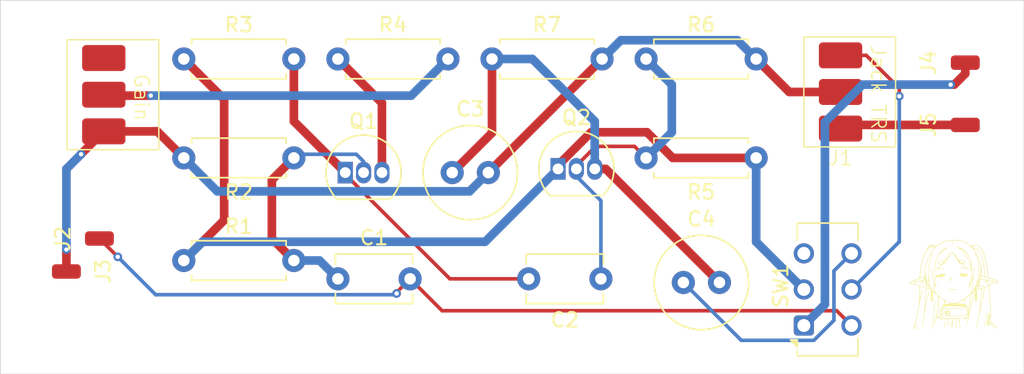
<source format=kicad_pcb>
(kicad_pcb (version 20241229) (generator "pcbnew") (generator_version "9.0")
  (layers (0 "F.Cu" signal) (2 "B.Cu" signal) (13 "F.Paste" user) (15 "B.Paste" user) (5 "F.SilkS" user "F.Silkscreen") (7 "B.SilkS" user "B.Silkscreen") (1 "F.Mask" user) (3 "B.Mask" user) (25 "Edge.Cuts" user))
  (net 0 "")
  (net 1 "SIGNAL_IN")
  (net 2 "Net-(Q1-B)")
  (net 3 "Net-(Q2-B)")
  (net 4 "Net-(Q1-C)")
  (net 5 "SIGNAL_OUT")
  (net 6 "Net-(Q2-E)")
  (net 7 "JACK_T")
  (net 8 "GND")
  (net 9 "JACK_R")
  (net 10 "Net-(Q1-E)")
  (net 11 "VCC_EN")
  (net 12 "Net-(R4-Pad2)")
  (net 14 "+9V")
  (footprint "Connector_Wire:SolderWirePad_1x01_SMD_1x2mm" (layer "F.Cu") (at 123.698 77.47 90)
    (property "Reference" "J2" (at 0 -2.54 90) (layer "F.SilkS"))
    (property "Value" "PICKUP_SIGNAL")
    (pad "1" smd roundrect (at 0 0 90) (size 1 2) (layers "F.Cu" "F.Mask" "F.Paste") (net 1 "SIGNAL_IN"))
  )
  (footprint "Package_TO_SOT_THT:TO-92_Inline" (layer "F.Cu") (at 140.716 72.898)
    (property "Reference" "Q1" (at 1.27 -3.56 0) (layer "F.SilkS"))
    (property "Value" "BC547")
    (pad "1" thru_hole rect (at 0 0) (size 1.05 1.5) (drill 0.75) (layers "*.Cu" "*.Mask") (net 4 "Net-(Q1-C)"))
    (pad "2" thru_hole oval (at 1.27 0) (size 1.05 1.5) (drill 0.75) (layers "*.Cu" "*.Mask") (net 2 "Net-(Q1-B)"))
    (pad "3" thru_hole oval (at 2.54 0) (size 1.05 1.5) (drill 0.75) (layers "*.Cu" "*.Mask") (net 10 "Net-(Q1-E)"))
  )
  (footprint "Package_TO_SOT_THT:TO-92_Inline" (layer "F.Cu") (at 155.448 72.644)
    (property "Reference" "Q2" (at 1.27 -3.56 0) (layer "F.SilkS"))
    (property "Value" "BC547")
    (pad "1" thru_hole rect (at 0 0) (size 1.05 1.5) (drill 0.75) (layers "*.Cu" "*.Mask") (net 11 "VCC_EN"))
    (pad "2" thru_hole oval (at 1.27 0) (size 1.05 1.5) (drill 0.75) (layers "*.Cu" "*.Mask") (net 3 "Net-(Q2-B)"))
    (pad "3" thru_hole oval (at 2.54 0) (size 1.05 1.5) (drill 0.75) (layers "*.Cu" "*.Mask") (net 6 "Net-(Q2-E)"))
  )
  (footprint "Capacitor_THT:C_Radial_D6.3mm_H7.0mm_P2.50mm" (layer "F.Cu") (at 164.124 80.518)
    (property "Reference" "C4" (at 1.25 -4.4 0) (layer "F.SilkS"))
    (property "Value" "4.7μF")
    (pad "1" thru_hole circle (at 0 0) (size 1.6 1.6) (drill 0.8) (layers "*.Cu" "*.Mask") (net 5 "SIGNAL_OUT"))
    (pad "2" thru_hole circle (at 2.5 0) (size 1.6 1.6) (drill 0.8) (layers "*.Cu" "*.Mask") (net 6 "Net-(Q2-E)"))
  )
  (footprint "Capacitor_THT:C_Radial_D6.3mm_H7.0mm_P2.50mm" (layer "F.Cu") (at 148.122 72.898)
    (property "Reference" "C3" (at 1.25 -4.4 0) (layer "F.SilkS"))
    (property "Value" "4.7μF")
    (pad "1" thru_hole circle (at 0 0) (size 1.6 1.6) (drill 0.8) (layers "*.Cu" "*.Mask") (net 6 "Net-(Q2-E)"))
    (pad "2" thru_hole circle (at 2.5 0) (size 1.6 1.6) (drill 0.8) (layers "*.Cu" "*.Mask") (net 9 "JACK_R"))
  )
  (footprint "Custom_Connectors:Custom_Gain_Potentiometer" (layer "F.Cu") (at 124 72.58)
    (property "Reference" "RV1" (hide yes))
    (property "Value" "250k")
    (fp_text user "Gain" (at 2.032 -6.604 270) (layer "F.SilkS") (effects (font (thickness 0.1)) (justify left bottom)))
    (pad "1" smd roundrect (at 0 -7.62) (size 3 1.8) (layers "F.Cu" "F.Mask" "F.Paste") (roundrect_rratio 0.15))
    (pad "2" smd roundrect (at 0 -5.08) (size 3 1.8) (layers "F.Cu" "F.Mask" "F.Paste") (roundrect_rratio 0.15) (net 12 "Net-(R4-Pad2)"))
    (pad "3" smd roundrect (at 0 -2.54) (size 3 1.8) (layers "F.Cu" "F.Mask" "F.Paste") (roundrect_rratio 0.15) (net 9 "JACK_R"))
  )
  (footprint "Resistor_THT:R_Axial_DIN0207_L6.3mm_D2.5mm_P7.62mm_Horizontal" (layer "F.Cu") (at 140.208 65.024)
    (property "Reference" "R4" (at 3.81 -2.37 0) (layer "F.SilkS"))
    (property "Value" "1k")
    (pad "1" thru_hole circle (at 0 0) (size 1.6 1.6) (drill 0.8) (layers "*.Cu" "*.Mask") (net 10 "Net-(Q1-E)"))
    (pad "2" thru_hole circle (at 7.62 0) (size 1.6 1.6) (drill 0.8) (layers "*.Cu" "*.Mask") (net 12 "Net-(R4-Pad2)"))
  )
  (footprint "Resistor_THT:R_Axial_DIN0207_L6.3mm_D2.5mm_P7.62mm_Horizontal" (layer "F.Cu") (at 137.16 71.882 180)
    (property "Reference" "R2" (at 3.81 -2.37 0) (layer "F.SilkS"))
    (property "Value" "150k")
    (pad "1" thru_hole circle (at 0 0 180) (size 1.6 1.6) (drill 0.8) (layers "*.Cu" "*.Mask") (net 2 "Net-(Q1-B)"))
    (pad "2" thru_hole circle (at 7.62 0 180) (size 1.6 1.6) (drill 0.8) (layers "*.Cu" "*.Mask") (net 9 "JACK_R"))
  )
  (footprint "Connector_Wire:SolderWirePad_1x01_SMD_1x2mm" (layer "F.Cu") (at 183.642 65.278 90)
    (property "Reference" "J4" (at 0 -2.54 90) (layer "F.SilkS"))
    (property "Value" "PWR")
    (pad "1" smd roundrect (at 0 0 90) (size 1 2) (layers "F.Cu" "F.Mask" "F.Paste") (net 14 "+9V"))
  )
  (footprint "Connector_Wire:SolderWirePad_1x01_SMD_1x2mm" (layer "F.Cu") (at 121.412 79.756 -90)
    (property "Reference" "J3" (at 0 -2.54 90) (layer "F.SilkS"))
    (property "Value" "PICKUP_GND")
    (pad "1" smd roundrect (at 0 0 270) (size 1 2) (layers "F.Cu" "F.Mask" "F.Paste") (net 9 "JACK_R"))
  )
  (footprint "Connector_Wire:SolderWirePad_1x01_SMD_1x2mm" (layer "F.Cu") (at 183.642 69.596 90)
    (property "Reference" "J5" (at 0 -2.54 90) (layer "F.SilkS"))
    (property "Value" "GND")
    (pad "1" smd roundrect (at 0 0 90) (size 1 2) (layers "F.Cu" "F.Mask" "F.Paste") (net 8 "GND"))
  )
  (footprint "Resistor_THT:R_Axial_DIN0207_L6.3mm_D2.5mm_P7.62mm_Horizontal" (layer "F.Cu") (at 169.164 71.882 180)
    (property "Reference" "R5" (at 3.81 -2.37 0) (layer "F.SilkS"))
    (property "Value" "432k")
    (pad "1" thru_hole circle (at 0 0 180) (size 1.6 1.6) (drill 0.8) (layers "*.Cu" "*.Mask") (net 11 "VCC_EN"))
    (pad "2" thru_hole circle (at 7.62 0 180) (size 1.6 1.6) (drill 0.8) (layers "*.Cu" "*.Mask") (net 3 "Net-(Q2-B)"))
  )
  (footprint "Custom_Connectors:Frieren" (layer "F.Cu") (at 182.88 80.772)
    (property "Reference" "G***" (hide yes))
    (property "Value" "LOGO" (hide yes))
  )
  (footprint "Custom_Connectors:Custom_Jack_TRS" (layer "F.Cu") (at 175.006 72.39)
    (property "Reference" "J1" (at 0 -0.5 0) (layer "F.SilkS") (effects (font (thickness 0.1))))
    (property "Value" "AudioJack3")
    (fp_text user "Jack TRS" (at 2.032 -8.382 270) (layer "F.SilkS") (effects (font (thickness 0.1)) (justify left bottom)))
    (pad "R" smd roundrect (at 0 -5.08) (size 3 1.8) (layers "F.Cu" "F.Mask" "F.Paste") (roundrect_rratio 0.15) (net 9 "JACK_R"))
    (pad "S" smd roundrect (at 0 -2.54) (size 3 1.8) (layers "F.Cu" "F.Mask" "F.Paste") (roundrect_rratio 0.15) (net 8 "GND"))
    (pad "T" smd roundrect (at 0 -7.62) (size 3 1.8) (layers "F.Cu" "F.Mask" "F.Paste") (roundrect_rratio 0.15) (net 7 "JACK_T"))
  )
  (footprint "Resistor_THT:R_Axial_DIN0207_L6.3mm_D2.5mm_P7.62mm_Horizontal" (layer "F.Cu") (at 129.54 65.024)
    (property "Reference" "R3" (at 3.81 -2.37 0) (layer "F.SilkS"))
    (property "Value" "8.06k")
    (pad "1" thru_hole circle (at 0 0) (size 1.6 1.6) (drill 0.8) (layers "*.Cu" "*.Mask") (net 11 "VCC_EN"))
    (pad "2" thru_hole circle (at 7.62 0) (size 1.6 1.6) (drill 0.8) (layers "*.Cu" "*.Mask") (net 4 "Net-(Q1-C)"))
  )
  (footprint "Resistor_THT:R_Axial_DIN0207_L6.3mm_D2.5mm_P7.62mm_Horizontal" (layer "F.Cu") (at 129.54 78.994)
    (property "Reference" "R1" (at 3.81 -2.37 0) (layer "F.SilkS"))
    (property "Value" "887k")
    (pad "1" thru_hole circle (at 0 0) (size 1.6 1.6) (drill 0.8) (layers "*.Cu" "*.Mask") (net 11 "VCC_EN"))
    (pad "2" thru_hole circle (at 7.62 0) (size 1.6 1.6) (drill 0.8) (layers "*.Cu" "*.Mask") (net 2 "Net-(Q1-B)"))
  )
  (footprint "Button_Switch_THT:SW_CK_JS202011CQN_DPDT_Straight" (layer "F.Cu") (at 172.466 83.5 90)
    (property "Reference" "SW1" (at 2.75 -1.6 90) (layer "F.SilkS"))
    (property "Value" "SW_Push_DPDT")
    (pad "1" thru_hole roundrect (at 0 0 90) (size 1.4 1.4) (drill 0.9) (layers "*.Cu" "*.Mask") (roundrect_rratio 0.1785714286) (net 14 "+9V"))
    (pad "2" thru_hole circle (at 2.5 0 90) (size 1.4 1.4) (drill 0.9) (layers "*.Cu" "*.Mask") (net 11 "VCC_EN"))
    (pad "3" thru_hole circle (at 5 0 90) (size 1.4 1.4) (drill 0.9) (layers "*.Cu" "*.Mask"))
    (pad "4" thru_hole circle (at 5 3.3 90) (size 1.4 1.4) (drill 0.9) (layers "*.Cu" "*.Mask") (net 5 "SIGNAL_OUT"))
    (pad "5" thru_hole circle (at 2.5 3.3 90) (size 1.4 1.4) (drill 0.9) (layers "*.Cu" "*.Mask") (net 7 "JACK_T"))
    (pad "6" thru_hole circle (at 0 3.3 90) (size 1.4 1.4) (drill 0.9) (layers "*.Cu" "*.Mask") (net 1 "SIGNAL_IN"))
  )
  (footprint "Capacitor_THT:C_Disc_D5.1mm_W3.2mm_P5.00mm" (layer "F.Cu") (at 140.208 80.264)
    (property "Reference" "C1" (at 2.5 -2.85 0) (layer "F.SilkS"))
    (property "Value" "62nF")
    (pad "1" thru_hole circle (at 0 0) (size 1.6 1.6) (drill 0.8) (layers "*.Cu" "*.Mask") (net 2 "Net-(Q1-B)"))
    (pad "2" thru_hole circle (at 5 0) (size 1.6 1.6) (drill 0.8) (layers "*.Cu" "*.Mask") (net 1 "SIGNAL_IN"))
  )
  (footprint "Resistor_THT:R_Axial_DIN0207_L6.3mm_D2.5mm_P7.62mm_Horizontal" (layer "F.Cu") (at 150.876 65.024)
    (property "Reference" "R7" (at 3.81 -2.37 0) (layer "F.SilkS"))
    (property "Value" "9.09k")
    (pad "1" thru_hole circle (at 0 0) (size 1.6 1.6) (drill 0.8) (layers "*.Cu" "*.Mask") (net 6 "Net-(Q2-E)"))
    (pad "2" thru_hole circle (at 7.62 0) (size 1.6 1.6) (drill 0.8) (layers "*.Cu" "*.Mask") (net 9 "JACK_R"))
  )
  (footprint "Resistor_THT:R_Axial_DIN0207_L6.3mm_D2.5mm_P7.62mm_Horizontal" (layer "F.Cu") (at 161.544 65.024)
    (property "Reference" "R6" (at 3.81 -2.37 0) (layer "F.SilkS"))
    (property "Value" "649k")
    (pad "1" thru_hole circle (at 0 0) (size 1.6 1.6) (drill 0.8) (layers "*.Cu" "*.Mask") (net 3 "Net-(Q2-B)"))
    (pad "2" thru_hole circle (at 7.62 0) (size 1.6 1.6) (drill 0.8) (layers "*.Cu" "*.Mask") (net 9 "JACK_R"))
  )
  (footprint "Capacitor_THT:C_Disc_D5.1mm_W3.2mm_P5.00mm" (layer "F.Cu") (at 158.416 80.264 180)
    (property "Reference" "C2" (at 2.5 -2.85 0) (layer "F.SilkS"))
    (property "Value" "62nF")
    (pad "1" thru_hole circle (at 0 0 180) (size 1.6 1.6) (drill 0.8) (layers "*.Cu" "*.Mask") (net 3 "Net-(Q2-B)"))
    (pad "2" thru_hole circle (at 5 0 180) (size 1.6 1.6) (drill 0.8) (layers "*.Cu" "*.Mask") (net 4 "Net-(Q1-C)"))
  )
  (gr_rect (start 116.84 60.96) (end 187.706 86.868) (stroke (width 0.05)) (fill no) (layer "Edge.Cuts"))
  (segment (start 144.272 81.28) (end 144.272 81.2) (width 0.25) (layer "F.Cu") (net 1))
  (segment (start 144.272 81.2) (end 145.208 80.264) (width 0.25) (layer "F.Cu") (net 1))
  (segment (start 147.418 82.474) (end 174.74 82.474) (width 0.25) (layer "F.Cu") (net 1))
  (segment (start 124.968 78.74) (end 123.698 77.47) (width 0.25) (layer "F.Cu") (net 1))
  (segment (start 174.74 82.474) (end 175.766 83.5) (width 0.25) (layer "F.Cu") (net 1))
  (segment (start 145.208 80.264) (end 147.418 82.474) (width 0.25) (layer "F.Cu") (net 1))
  (via (at 124.968 78.74) (size 0.6) (drill 0.3) (layers "F.Cu" "B.Cu") (net 1))
  (via (at 144.272 81.28) (size 0.6) (drill 0.3) (layers "F.Cu" "B.Cu") (net 1))
  (segment (start 144.107 81.365) (end 144.187 81.365) (width 0.25) (layer "B.Cu") (net 1))
  (segment (start 144.187 81.365) (end 144.272 81.28) (width 0.25) (layer "B.Cu") (net 1))
  (segment (start 127.593 81.365) (end 124.968 78.74) (width 0.25) (layer "B.Cu") (net 1))
  (segment (start 127.593 81.365) (end 144.107 81.365) (width 0.25) (layer "B.Cu") (net 1))
  (segment (start 137.16 78.994) (end 135.636 77.47) (width 0.6) (layer "F.Cu") (net 2))
  (segment (start 135.636 73.406) (end 137.16 71.882) (width 0.6) (layer "F.Cu") (net 2))
  (segment (start 135.636 77.47) (end 135.636 73.406) (width 0.6) (layer "F.Cu") (net 2))
  (segment (start 137.414 71.628) (end 141.48086 71.628) (width 0.25) (layer "B.Cu") (net 2))
  (segment (start 141.986 72.13314) (end 141.986 72.898) (width 0.2) (layer "B.Cu") (net 2))
  (segment (start 138.938 78.994) (end 140.208 80.264) (width 0.6) (layer "B.Cu") (net 2))
  (segment (start 141.48086 71.628) (end 141.986 72.13314) (width 0.25) (layer "B.Cu") (net 2))
  (segment (start 137.16 78.994) (end 138.938 78.994) (width 0.6) (layer "B.Cu") (net 2))
  (segment (start 137.16 71.882) (end 137.414 71.628) (width 0.25) (layer "B.Cu") (net 2))
  (segment (start 161.544 71.882) (end 160.744001 71.082001) (width 0.25) (layer "F.Cu") (net 3))
  (segment (start 160.744001 71.082001) (end 158.054999 71.082001) (width 0.25) (layer "F.Cu") (net 3))
  (segment (start 156.718 72.419) (end 156.718 72.644) (width 0.6) (layer "F.Cu") (net 3))
  (segment (start 158.054999 71.082001) (end 156.718 72.419) (width 0.25) (layer "F.Cu") (net 3))
  (segment (start 163.322 70.104) (end 163.322 66.802) (width 0.6) (layer "B.Cu") (net 3))
  (segment (start 156.718 73.152) (end 158.416 74.85) (width 0.25) (layer "B.Cu") (net 3))
  (segment (start 156.718 72.644) (end 156.718 73.152) (width 0.25) (layer "B.Cu") (net 3))
  (segment (start 163.322 66.802) (end 161.544 65.024) (width 0.6) (layer "B.Cu") (net 3))
  (segment (start 158.416 74.85) (end 158.416 80.264) (width 0.25) (layer "B.Cu") (net 3))
  (segment (start 161.544 71.882) (end 163.322 70.104) (width 0.6) (layer "B.Cu") (net 3))
  (segment (start 147.95886 80.264) (end 140.716 73.02114) (width 0.25) (layer "F.Cu") (net 4))
  (segment (start 140.716 73.02114) (end 140.716 72.898) (width 0.2) (layer "F.Cu") (net 4))
  (segment (start 137.16 65.024) (end 137.16 69.342) (width 0.6) (layer "F.Cu") (net 4))
  (segment (start 153.416 80.264) (end 147.95886 80.264) (width 0.25) (layer "F.Cu") (net 4))
  (segment (start 137.16 69.342) (end 140.716 72.898) (width 0.6) (layer "F.Cu") (net 4))
  (segment (start 164.124 80.518) (end 168.132 84.526) (width 0.25) (layer "B.Cu") (net 5))
  (segment (start 168.132 84.526) (end 173.161514 84.526) (width 0.25) (layer "B.Cu") (net 5))
  (segment (start 173.161514 84.526) (end 174.55 83.137514) (width 0.25) (layer "B.Cu") (net 5))
  (segment (start 174.55 79.716) (end 175.766 78.5) (width 0.25) (layer "B.Cu") (net 5))
  (segment (start 174.55 83.137514) (end 174.55 79.716) (width 0.25) (layer "B.Cu") (net 5))
  (segment (start 150.876 65.024) (end 150.876 70.144) (width 0.6) (layer "F.Cu") (net 6))
  (segment (start 166.624 80.518) (end 158.75 72.644) (width 0.6) (layer "F.Cu") (net 6))
  (segment (start 150.876 70.144) (end 148.122 72.898) (width 0.6) (layer "F.Cu") (net 6))
  (segment (start 158.75 72.644) (end 157.988 72.644) (width 0.6) (layer "F.Cu") (net 6))
  (segment (start 157.988 72.644) (end 157.988 69.342) (width 0.6) (layer "B.Cu") (net 6))
  (segment (start 153.67 65.024) (end 150.876 65.024) (width 0.6) (layer "B.Cu") (net 6))
  (segment (start 157.988 69.342) (end 153.67 65.024) (width 0.6) (layer "B.Cu") (net 6))
  (segment (start 176.784 64.77) (end 175.006 64.77) (width 0.25) (layer "F.Cu") (net 7))
  (segment (start 179.07 67.602) (end 179.07 67.056) (width 0.25) (layer "F.Cu") (net 7))
  (segment (start 179.07 67.056) (end 176.784 64.77) (width 0.25) (layer "F.Cu") (net 7))
  (via (at 179.07 67.602) (size 0.6) (drill 0.3) (layers "F.Cu" "B.Cu") (net 7))
  (segment (start 179.07 77.696) (end 175.766 81) (width 0.25) (layer "B.Cu") (net 7))
  (segment (start 179.07 67.602) (end 179.07 77.696) (width 0.25) (layer "B.Cu") (net 7))
  (segment (start 175.26 69.596) (end 175.006 69.85) (width 0.6) (layer "F.Cu") (net 8))
  (segment (start 183.642 69.596) (end 175.26 69.596) (width 0.6) (layer "F.Cu") (net 8))
  (segment (start 124 70.04) (end 123.865002 70.04) (width 0.2) (layer "F.Cu") (net 9))
  (segment (start 171.45 67.31) (end 175.006 67.31) (width 0.6) (layer "F.Cu") (net 9))
  (segment (start 127.698 70.04) (end 129.54 71.882) (width 0.6) (layer "F.Cu") (net 9))
  (segment (start 169.164 65.024) (end 171.45 67.31) (width 0.6) (layer "F.Cu") (net 9))
  (segment (start 158.496 65.024) (end 150.622 72.898) (width 0.6) (layer "F.Cu") (net 9))
  (segment (start 122.428 71.628) (end 122.428 71.612) (width 0.6) (layer "F.Cu") (net 9))
  (segment (start 124 70.04) (end 127.698 70.04) (width 0.6) (layer "F.Cu") (net 9))
  (segment (start 122.428 71.612) (end 124 70.04) (width 0.6) (layer "F.Cu") (net 9))
  (segment (start 121.412 78.232) (end 121.412 79.756) (width 0.6) (layer "F.Cu") (net 9))
  (via (at 121.412 78.232) (size 0.6) (drill 0.3) (layers "F.Cu" "B.Cu") (net 9))
  (via (at 122.428 71.628) (size 0.6) (drill 0.3) (layers "F.Cu" "B.Cu") (net 9))
  (segment (start 159.797 63.723) (end 158.496 65.024) (width 0.6) (layer "B.Cu") (net 9))
  (segment (start 169.164 65.024) (end 167.863 63.723) (width 0.6) (layer "B.Cu") (net 9))
  (segment (start 129.54 71.882) (end 131.857 74.199) (width 0.6) (layer "B.Cu") (net 9))
  (segment (start 121.412 72.644) (end 122.428 71.628) (width 0.6) (layer "B.Cu") (net 9))
  (segment (start 167.863 63.723) (end 159.797 63.723) (width 0.6) (layer "B.Cu") (net 9))
  (segment (start 121.412 72.644) (end 121.412 78.232) (width 0.6) (layer "B.Cu") (net 9))
  (segment (start 131.857 74.199) (end 149.321 74.199) (width 0.6) (layer "B.Cu") (net 9))
  (segment (start 149.321 74.199) (end 150.622 72.898) (width 0.6) (layer "B.Cu") (net 9))
  (segment (start 140.208 65.024) (end 143.256 68.072) (width 0.6) (layer "F.Cu") (net 10))
  (segment (start 143.256 68.072) (end 143.256 72.898) (width 0.6) (layer "F.Cu") (net 10))
  (segment (start 132.334 67.818) (end 129.54 65.024) (width 0.6) (layer "F.Cu") (net 11))
  (segment (start 155.448 72.39) (end 157.734 70.104) (width 0.6) (layer "F.Cu") (net 11))
  (segment (start 157.734 70.104) (end 161.605892 70.104) (width 0.6) (layer "F.Cu") (net 11))
  (segment (start 163.383892 71.882) (end 169.164 71.882) (width 0.6) (layer "F.Cu") (net 11))
  (segment (start 129.54 78.994) (end 132.334 76.2) (width 0.6) (layer "F.Cu") (net 11))
  (segment (start 132.334 76.2) (end 132.334 67.818) (width 0.6) (layer "F.Cu") (net 11))
  (segment (start 155.448 72.644) (end 155.448 72.39) (width 0.6) (layer "F.Cu") (net 11))
  (segment (start 161.605892 70.104) (end 163.383892 71.882) (width 0.6) (layer "F.Cu") (net 11))
  (segment (start 169.164 71.882) (end 169.164 77.698) (width 0.6) (layer "B.Cu") (net 11))
  (segment (start 130.841 77.693) (end 129.54 78.994) (width 0.6) (layer "B.Cu") (net 11))
  (segment (start 150.399 77.693) (end 130.841 77.693) (width 0.6) (layer "B.Cu") (net 11))
  (segment (start 155.448 72.644) (end 150.399 77.693) (width 0.6) (layer "B.Cu") (net 11))
  (segment (start 169.164 77.698) (end 172.466 81) (width 0.6) (layer "B.Cu") (net 11))
  (segment (start 127.254 67.564) (end 124.064 67.564) (width 0.6) (layer "F.Cu") (net 12))
  (segment (start 124.064 67.564) (end 124 67.5) (width 0.6) (layer "F.Cu") (net 12))
  (via (at 127.254 67.564) (size 0.6) (drill 0.3) (layers "F.Cu" "B.Cu") (net 12))
  (segment (start 147.828 65.024) (end 145.288 67.564) (width 0.6) (layer "B.Cu") (net 12))
  (segment (start 145.288 67.564) (end 127.254 67.564) (width 0.6) (layer "B.Cu") (net 12))
  (segment (start 183.642 66.04) (end 183.642 65.278) (width 0.6) (layer "F.Cu") (net 14))
  (segment (start 182.626 66.802) (end 182.88 66.802) (width 0.6) (layer "F.Cu") (net 14))
  (segment (start 182.88 66.802) (end 183.642 66.04) (width 0.6) (layer "F.Cu") (net 14))
  (via (at 182.626 66.802) (size 0.6) (drill 0.3) (layers "F.Cu" "B.Cu") (net 14))
  (segment (start 173.924 69.408) (end 176.53 66.802) (width 0.6) (layer "B.Cu") (net 14))
  (segment (start 172.466 83.5) (end 173.924 82.042) (width 0.6) (layer "B.Cu") (net 14))
  (segment (start 176.53 66.802) (end 182.626 66.802) (width 0.6) (layer "B.Cu") (net 14))
  (segment (start 173.924 82.042) (end 173.924 69.408) (width 0.6) (layer "B.Cu") (net 14))
)
</source>
